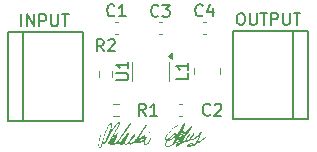
<source format=gbr>
%TF.GenerationSoftware,KiCad,Pcbnew,8.0.5*%
%TF.CreationDate,2024-10-31T22:44:31-05:00*%
%TF.ProjectId,Buck_Breakout,4275636b-5f42-4726-9561-6b6f75742e6b,rev?*%
%TF.SameCoordinates,Original*%
%TF.FileFunction,Legend,Top*%
%TF.FilePolarity,Positive*%
%FSLAX46Y46*%
G04 Gerber Fmt 4.6, Leading zero omitted, Abs format (unit mm)*
G04 Created by KiCad (PCBNEW 8.0.5) date 2024-10-31 22:44:31*
%MOMM*%
%LPD*%
G01*
G04 APERTURE LIST*
%ADD10C,0.150000*%
%ADD11C,0.000000*%
%ADD12C,0.120000*%
G04 APERTURE END LIST*
D10*
X72218779Y-52955819D02*
X72218779Y-51955819D01*
X72694969Y-52955819D02*
X72694969Y-51955819D01*
X72694969Y-51955819D02*
X73266397Y-52955819D01*
X73266397Y-52955819D02*
X73266397Y-51955819D01*
X73742588Y-52955819D02*
X73742588Y-51955819D01*
X73742588Y-51955819D02*
X74123540Y-51955819D01*
X74123540Y-51955819D02*
X74218778Y-52003438D01*
X74218778Y-52003438D02*
X74266397Y-52051057D01*
X74266397Y-52051057D02*
X74314016Y-52146295D01*
X74314016Y-52146295D02*
X74314016Y-52289152D01*
X74314016Y-52289152D02*
X74266397Y-52384390D01*
X74266397Y-52384390D02*
X74218778Y-52432009D01*
X74218778Y-52432009D02*
X74123540Y-52479628D01*
X74123540Y-52479628D02*
X73742588Y-52479628D01*
X74742588Y-51955819D02*
X74742588Y-52765342D01*
X74742588Y-52765342D02*
X74790207Y-52860580D01*
X74790207Y-52860580D02*
X74837826Y-52908200D01*
X74837826Y-52908200D02*
X74933064Y-52955819D01*
X74933064Y-52955819D02*
X75123540Y-52955819D01*
X75123540Y-52955819D02*
X75218778Y-52908200D01*
X75218778Y-52908200D02*
X75266397Y-52860580D01*
X75266397Y-52860580D02*
X75314016Y-52765342D01*
X75314016Y-52765342D02*
X75314016Y-51955819D01*
X75647350Y-51955819D02*
X76218778Y-51955819D01*
X75933064Y-52955819D02*
X75933064Y-51955819D01*
X90697255Y-51828819D02*
X90887731Y-51828819D01*
X90887731Y-51828819D02*
X90982969Y-51876438D01*
X90982969Y-51876438D02*
X91078207Y-51971676D01*
X91078207Y-51971676D02*
X91125826Y-52162152D01*
X91125826Y-52162152D02*
X91125826Y-52495485D01*
X91125826Y-52495485D02*
X91078207Y-52685961D01*
X91078207Y-52685961D02*
X90982969Y-52781200D01*
X90982969Y-52781200D02*
X90887731Y-52828819D01*
X90887731Y-52828819D02*
X90697255Y-52828819D01*
X90697255Y-52828819D02*
X90602017Y-52781200D01*
X90602017Y-52781200D02*
X90506779Y-52685961D01*
X90506779Y-52685961D02*
X90459160Y-52495485D01*
X90459160Y-52495485D02*
X90459160Y-52162152D01*
X90459160Y-52162152D02*
X90506779Y-51971676D01*
X90506779Y-51971676D02*
X90602017Y-51876438D01*
X90602017Y-51876438D02*
X90697255Y-51828819D01*
X91554398Y-51828819D02*
X91554398Y-52638342D01*
X91554398Y-52638342D02*
X91602017Y-52733580D01*
X91602017Y-52733580D02*
X91649636Y-52781200D01*
X91649636Y-52781200D02*
X91744874Y-52828819D01*
X91744874Y-52828819D02*
X91935350Y-52828819D01*
X91935350Y-52828819D02*
X92030588Y-52781200D01*
X92030588Y-52781200D02*
X92078207Y-52733580D01*
X92078207Y-52733580D02*
X92125826Y-52638342D01*
X92125826Y-52638342D02*
X92125826Y-51828819D01*
X92459160Y-51828819D02*
X93030588Y-51828819D01*
X92744874Y-52828819D02*
X92744874Y-51828819D01*
X93363922Y-52828819D02*
X93363922Y-51828819D01*
X93363922Y-51828819D02*
X93744874Y-51828819D01*
X93744874Y-51828819D02*
X93840112Y-51876438D01*
X93840112Y-51876438D02*
X93887731Y-51924057D01*
X93887731Y-51924057D02*
X93935350Y-52019295D01*
X93935350Y-52019295D02*
X93935350Y-52162152D01*
X93935350Y-52162152D02*
X93887731Y-52257390D01*
X93887731Y-52257390D02*
X93840112Y-52305009D01*
X93840112Y-52305009D02*
X93744874Y-52352628D01*
X93744874Y-52352628D02*
X93363922Y-52352628D01*
X94363922Y-51828819D02*
X94363922Y-52638342D01*
X94363922Y-52638342D02*
X94411541Y-52733580D01*
X94411541Y-52733580D02*
X94459160Y-52781200D01*
X94459160Y-52781200D02*
X94554398Y-52828819D01*
X94554398Y-52828819D02*
X94744874Y-52828819D01*
X94744874Y-52828819D02*
X94840112Y-52781200D01*
X94840112Y-52781200D02*
X94887731Y-52733580D01*
X94887731Y-52733580D02*
X94935350Y-52638342D01*
X94935350Y-52638342D02*
X94935350Y-51828819D01*
X95268684Y-51828819D02*
X95840112Y-51828819D01*
X95554398Y-52828819D02*
X95554398Y-51828819D01*
X80097333Y-52015580D02*
X80049714Y-52063200D01*
X80049714Y-52063200D02*
X79906857Y-52110819D01*
X79906857Y-52110819D02*
X79811619Y-52110819D01*
X79811619Y-52110819D02*
X79668762Y-52063200D01*
X79668762Y-52063200D02*
X79573524Y-51967961D01*
X79573524Y-51967961D02*
X79525905Y-51872723D01*
X79525905Y-51872723D02*
X79478286Y-51682247D01*
X79478286Y-51682247D02*
X79478286Y-51539390D01*
X79478286Y-51539390D02*
X79525905Y-51348914D01*
X79525905Y-51348914D02*
X79573524Y-51253676D01*
X79573524Y-51253676D02*
X79668762Y-51158438D01*
X79668762Y-51158438D02*
X79811619Y-51110819D01*
X79811619Y-51110819D02*
X79906857Y-51110819D01*
X79906857Y-51110819D02*
X80049714Y-51158438D01*
X80049714Y-51158438D02*
X80097333Y-51206057D01*
X81049714Y-52110819D02*
X80478286Y-52110819D01*
X80764000Y-52110819D02*
X80764000Y-51110819D01*
X80764000Y-51110819D02*
X80668762Y-51253676D01*
X80668762Y-51253676D02*
X80573524Y-51348914D01*
X80573524Y-51348914D02*
X80478286Y-51396533D01*
X80261319Y-57525404D02*
X81070842Y-57525404D01*
X81070842Y-57525404D02*
X81166080Y-57477785D01*
X81166080Y-57477785D02*
X81213700Y-57430166D01*
X81213700Y-57430166D02*
X81261319Y-57334928D01*
X81261319Y-57334928D02*
X81261319Y-57144452D01*
X81261319Y-57144452D02*
X81213700Y-57049214D01*
X81213700Y-57049214D02*
X81166080Y-57001595D01*
X81166080Y-57001595D02*
X81070842Y-56953976D01*
X81070842Y-56953976D02*
X80261319Y-56953976D01*
X81261319Y-55953976D02*
X81261319Y-56525404D01*
X81261319Y-56239690D02*
X80261319Y-56239690D01*
X80261319Y-56239690D02*
X80404176Y-56334928D01*
X80404176Y-56334928D02*
X80499414Y-56430166D01*
X80499414Y-56430166D02*
X80547033Y-56525404D01*
X86323319Y-56916166D02*
X86323319Y-57392356D01*
X86323319Y-57392356D02*
X85323319Y-57392356D01*
X86323319Y-56059023D02*
X86323319Y-56630451D01*
X86323319Y-56344737D02*
X85323319Y-56344737D01*
X85323319Y-56344737D02*
X85466176Y-56439975D01*
X85466176Y-56439975D02*
X85561414Y-56535213D01*
X85561414Y-56535213D02*
X85609033Y-56630451D01*
X79181833Y-55064819D02*
X78848500Y-54588628D01*
X78610405Y-55064819D02*
X78610405Y-54064819D01*
X78610405Y-54064819D02*
X78991357Y-54064819D01*
X78991357Y-54064819D02*
X79086595Y-54112438D01*
X79086595Y-54112438D02*
X79134214Y-54160057D01*
X79134214Y-54160057D02*
X79181833Y-54255295D01*
X79181833Y-54255295D02*
X79181833Y-54398152D01*
X79181833Y-54398152D02*
X79134214Y-54493390D01*
X79134214Y-54493390D02*
X79086595Y-54541009D01*
X79086595Y-54541009D02*
X78991357Y-54588628D01*
X78991357Y-54588628D02*
X78610405Y-54588628D01*
X79562786Y-54160057D02*
X79610405Y-54112438D01*
X79610405Y-54112438D02*
X79705643Y-54064819D01*
X79705643Y-54064819D02*
X79943738Y-54064819D01*
X79943738Y-54064819D02*
X80038976Y-54112438D01*
X80038976Y-54112438D02*
X80086595Y-54160057D01*
X80086595Y-54160057D02*
X80134214Y-54255295D01*
X80134214Y-54255295D02*
X80134214Y-54350533D01*
X80134214Y-54350533D02*
X80086595Y-54493390D01*
X80086595Y-54493390D02*
X79515167Y-55064819D01*
X79515167Y-55064819D02*
X80134214Y-55064819D01*
X87563833Y-52015580D02*
X87516214Y-52063200D01*
X87516214Y-52063200D02*
X87373357Y-52110819D01*
X87373357Y-52110819D02*
X87278119Y-52110819D01*
X87278119Y-52110819D02*
X87135262Y-52063200D01*
X87135262Y-52063200D02*
X87040024Y-51967961D01*
X87040024Y-51967961D02*
X86992405Y-51872723D01*
X86992405Y-51872723D02*
X86944786Y-51682247D01*
X86944786Y-51682247D02*
X86944786Y-51539390D01*
X86944786Y-51539390D02*
X86992405Y-51348914D01*
X86992405Y-51348914D02*
X87040024Y-51253676D01*
X87040024Y-51253676D02*
X87135262Y-51158438D01*
X87135262Y-51158438D02*
X87278119Y-51110819D01*
X87278119Y-51110819D02*
X87373357Y-51110819D01*
X87373357Y-51110819D02*
X87516214Y-51158438D01*
X87516214Y-51158438D02*
X87563833Y-51206057D01*
X88420976Y-51444152D02*
X88420976Y-52110819D01*
X88182881Y-51063200D02*
X87944786Y-51777485D01*
X87944786Y-51777485D02*
X88563833Y-51777485D01*
X88198833Y-60425080D02*
X88151214Y-60472700D01*
X88151214Y-60472700D02*
X88008357Y-60520319D01*
X88008357Y-60520319D02*
X87913119Y-60520319D01*
X87913119Y-60520319D02*
X87770262Y-60472700D01*
X87770262Y-60472700D02*
X87675024Y-60377461D01*
X87675024Y-60377461D02*
X87627405Y-60282223D01*
X87627405Y-60282223D02*
X87579786Y-60091747D01*
X87579786Y-60091747D02*
X87579786Y-59948890D01*
X87579786Y-59948890D02*
X87627405Y-59758414D01*
X87627405Y-59758414D02*
X87675024Y-59663176D01*
X87675024Y-59663176D02*
X87770262Y-59567938D01*
X87770262Y-59567938D02*
X87913119Y-59520319D01*
X87913119Y-59520319D02*
X88008357Y-59520319D01*
X88008357Y-59520319D02*
X88151214Y-59567938D01*
X88151214Y-59567938D02*
X88198833Y-59615557D01*
X88579786Y-59615557D02*
X88627405Y-59567938D01*
X88627405Y-59567938D02*
X88722643Y-59520319D01*
X88722643Y-59520319D02*
X88960738Y-59520319D01*
X88960738Y-59520319D02*
X89055976Y-59567938D01*
X89055976Y-59567938D02*
X89103595Y-59615557D01*
X89103595Y-59615557D02*
X89151214Y-59710795D01*
X89151214Y-59710795D02*
X89151214Y-59806033D01*
X89151214Y-59806033D02*
X89103595Y-59948890D01*
X89103595Y-59948890D02*
X88532167Y-60520319D01*
X88532167Y-60520319D02*
X89151214Y-60520319D01*
X82737833Y-60520319D02*
X82404500Y-60044128D01*
X82166405Y-60520319D02*
X82166405Y-59520319D01*
X82166405Y-59520319D02*
X82547357Y-59520319D01*
X82547357Y-59520319D02*
X82642595Y-59567938D01*
X82642595Y-59567938D02*
X82690214Y-59615557D01*
X82690214Y-59615557D02*
X82737833Y-59710795D01*
X82737833Y-59710795D02*
X82737833Y-59853652D01*
X82737833Y-59853652D02*
X82690214Y-59948890D01*
X82690214Y-59948890D02*
X82642595Y-59996509D01*
X82642595Y-59996509D02*
X82547357Y-60044128D01*
X82547357Y-60044128D02*
X82166405Y-60044128D01*
X83690214Y-60520319D02*
X83118786Y-60520319D01*
X83404500Y-60520319D02*
X83404500Y-59520319D01*
X83404500Y-59520319D02*
X83309262Y-59663176D01*
X83309262Y-59663176D02*
X83214024Y-59758414D01*
X83214024Y-59758414D02*
X83118786Y-59806033D01*
X83806833Y-52048580D02*
X83759214Y-52096200D01*
X83759214Y-52096200D02*
X83616357Y-52143819D01*
X83616357Y-52143819D02*
X83521119Y-52143819D01*
X83521119Y-52143819D02*
X83378262Y-52096200D01*
X83378262Y-52096200D02*
X83283024Y-52000961D01*
X83283024Y-52000961D02*
X83235405Y-51905723D01*
X83235405Y-51905723D02*
X83187786Y-51715247D01*
X83187786Y-51715247D02*
X83187786Y-51572390D01*
X83187786Y-51572390D02*
X83235405Y-51381914D01*
X83235405Y-51381914D02*
X83283024Y-51286676D01*
X83283024Y-51286676D02*
X83378262Y-51191438D01*
X83378262Y-51191438D02*
X83521119Y-51143819D01*
X83521119Y-51143819D02*
X83616357Y-51143819D01*
X83616357Y-51143819D02*
X83759214Y-51191438D01*
X83759214Y-51191438D02*
X83806833Y-51239057D01*
X84140167Y-51143819D02*
X84759214Y-51143819D01*
X84759214Y-51143819D02*
X84425881Y-51524771D01*
X84425881Y-51524771D02*
X84568738Y-51524771D01*
X84568738Y-51524771D02*
X84663976Y-51572390D01*
X84663976Y-51572390D02*
X84711595Y-51620009D01*
X84711595Y-51620009D02*
X84759214Y-51715247D01*
X84759214Y-51715247D02*
X84759214Y-51953342D01*
X84759214Y-51953342D02*
X84711595Y-52048580D01*
X84711595Y-52048580D02*
X84663976Y-52096200D01*
X84663976Y-52096200D02*
X84568738Y-52143819D01*
X84568738Y-52143819D02*
X84283024Y-52143819D01*
X84283024Y-52143819D02*
X84187786Y-52096200D01*
X84187786Y-52096200D02*
X84140167Y-52048580D01*
D11*
%TO.C,G\u002A\u002A\u002A*%
G36*
X83136192Y-61863758D02*
G01*
X83154222Y-61878672D01*
X83158434Y-61903073D01*
X83156389Y-61914556D01*
X83145317Y-61938163D01*
X83127659Y-61956147D01*
X83107274Y-61966885D01*
X83088017Y-61968751D01*
X83073746Y-61960122D01*
X83069615Y-61951099D01*
X83062857Y-61939033D01*
X83048316Y-61937660D01*
X83041914Y-61938882D01*
X83020899Y-61937884D01*
X83002035Y-61928572D01*
X82991877Y-61914591D01*
X82991464Y-61910842D01*
X82999626Y-61894036D01*
X83020721Y-61878701D01*
X83050807Y-61866651D01*
X83085943Y-61859700D01*
X83104687Y-61858704D01*
X83136192Y-61863758D01*
G37*
G36*
X86039440Y-61182599D02*
G01*
X86048997Y-61190615D01*
X86060057Y-61214507D01*
X86062492Y-61250689D01*
X86056431Y-61297023D01*
X86042003Y-61351369D01*
X86038692Y-61361357D01*
X86028228Y-61389473D01*
X86012063Y-61429730D01*
X85991580Y-61478950D01*
X85968160Y-61533954D01*
X85943184Y-61591565D01*
X85918033Y-61648605D01*
X85894088Y-61701894D01*
X85872732Y-61748255D01*
X85855345Y-61784510D01*
X85851139Y-61792883D01*
X85841509Y-61813776D01*
X85837093Y-61827526D01*
X85837333Y-61829973D01*
X85846229Y-61828750D01*
X85866321Y-61822295D01*
X85893283Y-61812003D01*
X85893622Y-61811865D01*
X85922397Y-61800680D01*
X85940617Y-61795752D01*
X85953166Y-61796525D01*
X85964928Y-61802441D01*
X85966636Y-61803547D01*
X85986314Y-61826167D01*
X85995379Y-61860126D01*
X85994102Y-61903869D01*
X85982755Y-61955838D01*
X85961610Y-62014475D01*
X85930939Y-62078224D01*
X85913204Y-62109687D01*
X85896924Y-62137853D01*
X85875054Y-62176480D01*
X85850049Y-62221194D01*
X85824363Y-62267622D01*
X85814908Y-62284851D01*
X85770094Y-62365966D01*
X85730805Y-62435216D01*
X85695057Y-62495852D01*
X85660864Y-62551121D01*
X85626242Y-62604273D01*
X85589207Y-62658558D01*
X85569308Y-62686937D01*
X85534118Y-62736834D01*
X85506858Y-62776113D01*
X85485751Y-62807963D01*
X85469018Y-62835571D01*
X85454882Y-62862125D01*
X85441565Y-62890814D01*
X85427289Y-62924824D01*
X85410277Y-62967344D01*
X85403750Y-62983811D01*
X85387597Y-63024565D01*
X85439402Y-62983865D01*
X85505593Y-62926635D01*
X85559427Y-62869036D01*
X85599678Y-62812590D01*
X85625122Y-62758824D01*
X85628200Y-62748970D01*
X85640734Y-62712632D01*
X85659810Y-62666594D01*
X85683261Y-62615295D01*
X85708922Y-62563173D01*
X85734628Y-62514666D01*
X85758212Y-62474212D01*
X85773159Y-62451890D01*
X85789297Y-62430273D01*
X85813186Y-62398581D01*
X85842311Y-62360137D01*
X85874158Y-62318262D01*
X85896206Y-62289363D01*
X85928805Y-62245617D01*
X85967547Y-62191890D01*
X86009464Y-62132409D01*
X86051586Y-62071396D01*
X86090944Y-62013077D01*
X86099639Y-61999965D01*
X86194947Y-61862897D01*
X86297545Y-61728426D01*
X86342848Y-61672931D01*
X86390740Y-61616562D01*
X86439133Y-61561457D01*
X86486589Y-61509099D01*
X86531671Y-61460969D01*
X86572941Y-61418549D01*
X86608961Y-61383321D01*
X86638291Y-61356767D01*
X86659496Y-61340368D01*
X86670299Y-61335515D01*
X86688472Y-61340597D01*
X86697281Y-61346063D01*
X86710302Y-61359626D01*
X86714710Y-61374686D01*
X86709876Y-61394181D01*
X86695172Y-61421046D01*
X86674715Y-61451483D01*
X86653127Y-61482749D01*
X86625434Y-61523537D01*
X86594747Y-61569228D01*
X86564177Y-61615207D01*
X86554754Y-61629490D01*
X86498508Y-61713410D01*
X86436561Y-61803185D01*
X86372377Y-61893923D01*
X86309425Y-61980734D01*
X86251169Y-62058728D01*
X86242817Y-62069668D01*
X86209111Y-62114689D01*
X86171490Y-62166556D01*
X86135213Y-62217946D01*
X86112505Y-62251096D01*
X86088433Y-62286624D01*
X86060684Y-62327072D01*
X86028353Y-62373731D01*
X85990537Y-62427892D01*
X85946333Y-62490844D01*
X85894837Y-62563879D01*
X85835146Y-62648287D01*
X85779816Y-62726378D01*
X85745581Y-62775551D01*
X85721295Y-62812631D01*
X85706367Y-62838705D01*
X85700205Y-62854861D01*
X85702218Y-62862185D01*
X85705501Y-62862890D01*
X85718325Y-62857960D01*
X85741159Y-62844593D01*
X85770861Y-62824931D01*
X85804288Y-62801113D01*
X85838298Y-62775278D01*
X85860438Y-62757413D01*
X85896289Y-62727821D01*
X85935246Y-62695964D01*
X85970240Y-62667616D01*
X85978072Y-62661327D01*
X86035651Y-62610100D01*
X86083303Y-62557170D01*
X86118965Y-62505099D01*
X86138932Y-62461603D01*
X86155439Y-62422675D01*
X86180642Y-62375769D01*
X86211744Y-62325265D01*
X86245948Y-62275542D01*
X86280456Y-62230983D01*
X86301404Y-62207201D01*
X86333085Y-62175933D01*
X86367765Y-62145541D01*
X86401543Y-62119130D01*
X86430520Y-62099806D01*
X86445996Y-62092106D01*
X86468487Y-62091454D01*
X86487734Y-62104074D01*
X86499721Y-62126380D01*
X86501767Y-62141926D01*
X86498129Y-62169856D01*
X86486288Y-62199895D01*
X86464849Y-62234493D01*
X86432419Y-62276100D01*
X86411872Y-62300043D01*
X86356631Y-62363355D01*
X86311904Y-62415543D01*
X86276722Y-62457855D01*
X86250115Y-62491537D01*
X86231116Y-62517835D01*
X86218756Y-62537996D01*
X86212066Y-62553267D01*
X86210623Y-62559003D01*
X86205866Y-62584267D01*
X86201693Y-62604810D01*
X86201539Y-62605515D01*
X86199925Y-62625002D01*
X86207083Y-62635266D01*
X86224925Y-62636876D01*
X86255361Y-62630402D01*
X86270321Y-62626034D01*
X86342191Y-62597171D01*
X86403365Y-62556942D01*
X86446938Y-62515105D01*
X86468834Y-62488697D01*
X86480535Y-62468053D01*
X86484708Y-62448011D01*
X86484890Y-62441582D01*
X86491422Y-62391127D01*
X86509905Y-62335385D01*
X86538668Y-62279034D01*
X86548357Y-62263754D01*
X86584258Y-62214174D01*
X86624465Y-62166216D01*
X86666790Y-62121848D01*
X86709044Y-62083041D01*
X86749040Y-62051765D01*
X86784589Y-62029988D01*
X86813503Y-62019680D01*
X86820127Y-62019118D01*
X86847015Y-62026237D01*
X86864829Y-62045288D01*
X86870775Y-62072538D01*
X86869235Y-62084762D01*
X86861613Y-62101624D01*
X86844518Y-62129181D01*
X86819485Y-62165331D01*
X86788045Y-62207971D01*
X86751733Y-62255000D01*
X86712080Y-62304317D01*
X86687415Y-62334022D01*
X86645787Y-62386273D01*
X86614658Y-62431300D01*
X86594640Y-62468043D01*
X86586346Y-62495438D01*
X86587451Y-62507517D01*
X86593041Y-62518648D01*
X86602244Y-62524045D01*
X86619739Y-62525056D01*
X86643213Y-62523586D01*
X86693771Y-62513780D01*
X86748987Y-62491542D01*
X86809978Y-62456272D01*
X86877860Y-62407370D01*
X86915255Y-62377185D01*
X86954130Y-62344840D01*
X86992795Y-62312722D01*
X87027326Y-62284087D01*
X87053802Y-62262190D01*
X87058710Y-62258143D01*
X87099901Y-62220846D01*
X87146014Y-62173543D01*
X87193167Y-62120628D01*
X87237477Y-62066493D01*
X87275063Y-62015533D01*
X87281368Y-62006203D01*
X87313776Y-61960971D01*
X87344523Y-61927156D01*
X87378176Y-61900492D01*
X87419302Y-61876708D01*
X87420683Y-61876003D01*
X87446580Y-61864668D01*
X87464700Y-61862281D01*
X87476911Y-61865832D01*
X87494292Y-61877764D01*
X87501317Y-61894632D01*
X87497948Y-61918863D01*
X87484150Y-61952884D01*
X87475316Y-61970521D01*
X87446547Y-62026544D01*
X87424187Y-62071862D01*
X87406410Y-62110503D01*
X87391392Y-62146493D01*
X87377309Y-62183860D01*
X87372322Y-62197841D01*
X87331984Y-62305724D01*
X87288372Y-62410620D01*
X87242902Y-62509530D01*
X87196989Y-62599456D01*
X87152051Y-62677402D01*
X87128925Y-62713106D01*
X87110439Y-62741251D01*
X87097172Y-62763321D01*
X87090863Y-62776313D01*
X87091063Y-62778505D01*
X87100340Y-62774458D01*
X87121362Y-62763333D01*
X87151357Y-62746655D01*
X87187548Y-62725950D01*
X87202651Y-62717166D01*
X87341957Y-62629706D01*
X87483898Y-62528797D01*
X87564521Y-62466293D01*
X87629046Y-62415722D01*
X87682579Y-62375877D01*
X87724807Y-62346973D01*
X87755415Y-62329222D01*
X87774091Y-62322841D01*
X87774754Y-62322824D01*
X87791945Y-62329439D01*
X87806297Y-62343920D01*
X87815203Y-62360572D01*
X87813662Y-62373682D01*
X87806838Y-62385288D01*
X87794241Y-62399080D01*
X87771621Y-62419049D01*
X87742888Y-62441844D01*
X87727811Y-62452995D01*
X87692690Y-62478835D01*
X87650621Y-62510535D01*
X87607816Y-62543386D01*
X87581900Y-62563629D01*
X87463013Y-62652426D01*
X87338486Y-62736291D01*
X87212691Y-62812487D01*
X87089998Y-62878274D01*
X87045038Y-62900002D01*
X87008471Y-62918271D01*
X86984023Y-62933906D01*
X86967842Y-62949724D01*
X86959120Y-62962860D01*
X86933799Y-62997948D01*
X86899009Y-63033268D01*
X86864856Y-63059921D01*
X86841398Y-63069567D01*
X86812761Y-63073473D01*
X86785450Y-63071556D01*
X86765967Y-63063736D01*
X86763362Y-63061196D01*
X86750526Y-63050552D01*
X86744164Y-63048538D01*
X86733524Y-63051583D01*
X86710442Y-63059925D01*
X86678057Y-63072379D01*
X86639511Y-63087760D01*
X86629168Y-63091969D01*
X86567573Y-63116730D01*
X86518094Y-63135400D01*
X86477456Y-63148813D01*
X86442385Y-63157805D01*
X86409605Y-63163212D01*
X86375842Y-63165869D01*
X86337822Y-63166612D01*
X86336577Y-63166613D01*
X86297273Y-63166321D01*
X86271095Y-63164909D01*
X86254297Y-63161683D01*
X86243133Y-63155950D01*
X86234462Y-63147691D01*
X86216080Y-63121970D01*
X86211862Y-63098068D01*
X86218609Y-63077325D01*
X86328654Y-63077325D01*
X86334376Y-63081142D01*
X86353379Y-63082215D01*
X86359388Y-63082228D01*
X86388359Y-63079544D01*
X86423718Y-63072707D01*
X86446916Y-63066453D01*
X86470835Y-63058419D01*
X86503104Y-63046754D01*
X86540260Y-63032810D01*
X86578840Y-63017938D01*
X86615381Y-63003490D01*
X86646419Y-62990816D01*
X86668491Y-62981270D01*
X86678101Y-62976235D01*
X86675819Y-62967979D01*
X86666292Y-62950563D01*
X86658493Y-62938250D01*
X86645749Y-62920762D01*
X86633417Y-62910797D01*
X86618167Y-62908361D01*
X86596668Y-62913461D01*
X86565589Y-62926102D01*
X86538427Y-62938479D01*
X86509295Y-62953347D01*
X86474042Y-62973396D01*
X86436271Y-62996330D01*
X86399584Y-63019852D01*
X86367582Y-63041664D01*
X86343869Y-63059470D01*
X86333266Y-63069309D01*
X86328654Y-63077325D01*
X86218609Y-63077325D01*
X86220966Y-63070077D01*
X86222876Y-63066238D01*
X86239637Y-63040074D01*
X86264250Y-63013427D01*
X86298839Y-62984419D01*
X86345527Y-62951172D01*
X86375000Y-62931775D01*
X86445980Y-62889080D01*
X86510826Y-62856290D01*
X86568301Y-62833827D01*
X86617169Y-62822115D01*
X86656192Y-62821577D01*
X86677415Y-62828301D01*
X86691154Y-62840002D01*
X86709812Y-62861388D01*
X86729357Y-62887837D01*
X86729416Y-62887924D01*
X86763334Y-62937870D01*
X86838384Y-62903685D01*
X86876348Y-62884773D01*
X86907104Y-62866320D01*
X86926847Y-62850673D01*
X86929816Y-62847208D01*
X87015827Y-62724755D01*
X87089594Y-62607564D01*
X87153190Y-62491958D01*
X87208685Y-62374262D01*
X87242024Y-62293289D01*
X87262890Y-62239639D01*
X87277758Y-62200431D01*
X87286760Y-62174382D01*
X87290026Y-62160210D01*
X87287688Y-62156631D01*
X87279876Y-62162363D01*
X87266722Y-62176123D01*
X87252358Y-62192141D01*
X87210823Y-62237112D01*
X87168372Y-62280214D01*
X87128451Y-62318100D01*
X87094504Y-62347426D01*
X87084514Y-62355165D01*
X87065270Y-62370077D01*
X87037450Y-62392419D01*
X87005354Y-62418711D01*
X86983802Y-62436633D01*
X86937691Y-62474975D01*
X86901428Y-62504248D01*
X86872110Y-62526442D01*
X86846832Y-62543543D01*
X86822691Y-62557537D01*
X86796782Y-62570414D01*
X86771800Y-62581699D01*
X86733702Y-62597608D01*
X86703896Y-62607187D01*
X86675753Y-62611990D01*
X86642641Y-62613568D01*
X86635411Y-62613631D01*
X86599514Y-62612943D01*
X86575212Y-62609735D01*
X86557287Y-62602942D01*
X86545467Y-62595284D01*
X86528146Y-62583720D01*
X86517971Y-62582194D01*
X86509161Y-62589897D01*
X86508936Y-62590167D01*
X86485894Y-62611844D01*
X86451707Y-62636642D01*
X86411033Y-62661752D01*
X86368528Y-62684364D01*
X86328849Y-62701670D01*
X86317589Y-62705602D01*
X86262254Y-62722053D01*
X86219666Y-62730960D01*
X86187381Y-62732135D01*
X86162956Y-62725387D01*
X86143948Y-62710527D01*
X86130043Y-62691070D01*
X86113154Y-62662444D01*
X86085949Y-62688029D01*
X86061772Y-62709389D01*
X86033615Y-62732415D01*
X86024131Y-62739731D01*
X86003426Y-62755713D01*
X85973843Y-62779008D01*
X85939598Y-62806280D01*
X85910211Y-62829903D01*
X85851221Y-62875662D01*
X85799689Y-62911770D01*
X85756730Y-62937543D01*
X85723457Y-62952294D01*
X85705461Y-62955714D01*
X85682125Y-62950771D01*
X85657858Y-62938772D01*
X85656414Y-62937770D01*
X85631213Y-62919825D01*
X85570726Y-62979470D01*
X85520013Y-63027286D01*
X85471212Y-63069167D01*
X85426231Y-63103730D01*
X85386979Y-63129589D01*
X85355364Y-63145361D01*
X85335902Y-63149801D01*
X85310834Y-63142258D01*
X85292005Y-63122765D01*
X85282929Y-63096031D01*
X85283441Y-63079489D01*
X85290222Y-63051752D01*
X85302422Y-63012923D01*
X85318459Y-62967269D01*
X85336753Y-62919055D01*
X85355724Y-62872546D01*
X85373790Y-62832010D01*
X85379556Y-62820122D01*
X85396325Y-62789777D01*
X85420432Y-62750413D01*
X85449038Y-62706472D01*
X85479303Y-62662399D01*
X85489078Y-62648712D01*
X85522647Y-62600611D01*
X85559019Y-62545648D01*
X85597349Y-62485351D01*
X85636791Y-62421244D01*
X85676500Y-62354854D01*
X85715632Y-62287706D01*
X85753340Y-62221325D01*
X85788781Y-62157237D01*
X85821108Y-62096969D01*
X85849478Y-62042045D01*
X85873044Y-61993992D01*
X85890961Y-61954334D01*
X85902386Y-61924598D01*
X85906472Y-61906310D01*
X85903300Y-61900897D01*
X85892726Y-61906003D01*
X85872933Y-61919502D01*
X85847396Y-61938664D01*
X85819590Y-61960760D01*
X85792989Y-61983060D01*
X85771070Y-62002834D01*
X85762161Y-62011759D01*
X85748312Y-62029565D01*
X85728841Y-62058611D01*
X85706075Y-62095246D01*
X85682337Y-62135819D01*
X85676113Y-62146885D01*
X85595339Y-62288464D01*
X85519592Y-62414343D01*
X85448918Y-62524451D01*
X85383364Y-62618717D01*
X85322977Y-62697070D01*
X85279216Y-62747393D01*
X85225535Y-62809920D01*
X85185082Y-62868028D01*
X85169539Y-62895591D01*
X85145888Y-62936461D01*
X85125088Y-62961745D01*
X85105995Y-62972254D01*
X85087466Y-62968801D01*
X85077055Y-62961201D01*
X85068923Y-62955545D01*
X85060001Y-62955530D01*
X85047122Y-62962718D01*
X85027118Y-62978673D01*
X85007777Y-62995372D01*
X84947307Y-63044318D01*
X84887514Y-63083877D01*
X84822762Y-63117309D01*
X84747413Y-63147871D01*
X84738112Y-63151242D01*
X84705847Y-63159745D01*
X84664387Y-63166381D01*
X84618816Y-63170803D01*
X84574213Y-63172665D01*
X84535660Y-63171620D01*
X84508238Y-63167321D01*
X84507180Y-63166992D01*
X84469404Y-63148975D01*
X84432945Y-63121843D01*
X84404638Y-63090911D01*
X84399772Y-63083438D01*
X84383890Y-63042987D01*
X84376948Y-62993457D01*
X84379310Y-62940307D01*
X84387544Y-62900883D01*
X84398163Y-62871008D01*
X84414984Y-62831132D01*
X84435802Y-62785891D01*
X84458412Y-62739917D01*
X84480607Y-62697845D01*
X84500009Y-62664585D01*
X84515985Y-62639269D01*
X84475103Y-62611585D01*
X84429474Y-62571947D01*
X84398965Y-62525581D01*
X84384018Y-62473548D01*
X84385074Y-62416907D01*
X84387940Y-62401932D01*
X84395634Y-62379935D01*
X84410829Y-62346383D01*
X84432036Y-62304007D01*
X84457767Y-62255535D01*
X84486533Y-62203699D01*
X84516846Y-62151227D01*
X84547218Y-62100849D01*
X84576160Y-62055296D01*
X84580602Y-62048571D01*
X84597033Y-62026774D01*
X84622985Y-61995869D01*
X84655993Y-61958629D01*
X84693592Y-61917830D01*
X84733317Y-61876244D01*
X84738081Y-61871362D01*
X84777846Y-61830133D01*
X84815823Y-61789700D01*
X84849552Y-61752759D01*
X84876576Y-61722010D01*
X84894438Y-61700148D01*
X84895938Y-61698129D01*
X84946166Y-61636283D01*
X85002926Y-61580639D01*
X85069799Y-61527993D01*
X85134724Y-61484797D01*
X85205911Y-61441454D01*
X85265461Y-61407791D01*
X85314979Y-61383030D01*
X85356074Y-61366393D01*
X85390351Y-61357100D01*
X85401777Y-61355350D01*
X85428311Y-61353186D01*
X85443334Y-61355395D01*
X85451887Y-61363052D01*
X85453897Y-61366482D01*
X85456607Y-61387602D01*
X85448034Y-61412803D01*
X85430889Y-61436736D01*
X85410078Y-61452926D01*
X85388316Y-61466845D01*
X85362791Y-61486211D01*
X85353050Y-61494432D01*
X85333123Y-61509516D01*
X85317418Y-61517155D01*
X85312117Y-61517057D01*
X85309040Y-61506580D01*
X85316644Y-61488833D01*
X85332599Y-61467295D01*
X85354575Y-61445447D01*
X85366336Y-61436050D01*
X85386389Y-61420132D01*
X85393381Y-61411892D01*
X85388873Y-61410576D01*
X85374425Y-61415431D01*
X85351596Y-61425703D01*
X85321947Y-61440640D01*
X85287038Y-61459487D01*
X85248429Y-61481491D01*
X85207679Y-61505900D01*
X85166350Y-61531958D01*
X85162303Y-61534588D01*
X85108081Y-61571246D01*
X85064466Y-61604434D01*
X85026989Y-61638270D01*
X84991181Y-61676872D01*
X84952572Y-61724356D01*
X84943302Y-61736346D01*
X84920201Y-61764616D01*
X84888156Y-61801322D01*
X84850251Y-61843062D01*
X84809570Y-61886429D01*
X84774699Y-61922450D01*
X84731516Y-61966814D01*
X84697777Y-62003029D01*
X84670703Y-62034586D01*
X84647517Y-62064976D01*
X84625441Y-62097690D01*
X84601696Y-62136218D01*
X84593161Y-62150566D01*
X84566039Y-62197055D01*
X84538044Y-62246124D01*
X84512211Y-62292391D01*
X84491573Y-62330474D01*
X84488902Y-62335550D01*
X84470619Y-62371471D01*
X84459310Y-62397320D01*
X84453606Y-62417698D01*
X84452140Y-62437203D01*
X84453141Y-62455795D01*
X84457927Y-62487009D01*
X84468357Y-62509851D01*
X84484855Y-62529464D01*
X84506917Y-62548896D01*
X84529039Y-62563357D01*
X84535852Y-62566369D01*
X84547388Y-62569278D01*
X84557647Y-62567385D01*
X84565995Y-62561213D01*
X84679122Y-62561213D01*
X84680377Y-62565531D01*
X84686304Y-62566809D01*
X84699935Y-62564610D01*
X84724302Y-62558497D01*
X84753797Y-62550428D01*
X84803053Y-62535169D01*
X84846649Y-62517523D01*
X84888252Y-62495365D01*
X84931529Y-62466572D01*
X84980148Y-62429019D01*
X85018364Y-62397197D01*
X85051094Y-62370488D01*
X85085754Y-62343949D01*
X85115634Y-62322690D01*
X85119627Y-62320052D01*
X85168797Y-62283425D01*
X85211273Y-62242730D01*
X85244991Y-62200617D01*
X85267889Y-62159737D01*
X85277903Y-62122739D01*
X85278179Y-62116351D01*
X85275974Y-62101833D01*
X85266026Y-62095946D01*
X85249081Y-62094983D01*
X85216229Y-62101289D01*
X85174110Y-62119441D01*
X85124227Y-62148295D01*
X85068085Y-62186704D01*
X85007188Y-62233522D01*
X84943038Y-62287603D01*
X84877141Y-62347801D01*
X84810999Y-62412971D01*
X84757178Y-62469815D01*
X84728719Y-62501294D01*
X84704901Y-62528466D01*
X84687818Y-62548875D01*
X84679565Y-62560070D01*
X84679122Y-62561213D01*
X84565995Y-62561213D01*
X84569618Y-62558534D01*
X84586291Y-62540571D01*
X84608397Y-62514094D01*
X84663680Y-62450200D01*
X84726922Y-62382815D01*
X84795080Y-62314802D01*
X84865108Y-62249027D01*
X84933965Y-62188353D01*
X84998605Y-62135645D01*
X85052621Y-62096046D01*
X85112907Y-62059603D01*
X85170066Y-62033959D01*
X85222509Y-62019314D01*
X85268643Y-62015867D01*
X85306877Y-62023817D01*
X85335621Y-62043363D01*
X85346868Y-62059240D01*
X85356018Y-62090944D01*
X85356332Y-62131023D01*
X85348140Y-62173681D01*
X85338972Y-62198794D01*
X85319605Y-62231637D01*
X85289724Y-62269687D01*
X85253016Y-62309031D01*
X85213168Y-62345755D01*
X85173866Y-62375947D01*
X85169072Y-62379134D01*
X85136482Y-62401802D01*
X85100454Y-62428993D01*
X85075654Y-62449098D01*
X84999794Y-62509434D01*
X84928734Y-62556840D01*
X84858842Y-62593008D01*
X84786488Y-62619629D01*
X84708039Y-62638392D01*
X84649381Y-62647522D01*
X84626129Y-62651377D01*
X84610223Y-62658007D01*
X84596686Y-62671041D01*
X84580544Y-62694108D01*
X84576098Y-62700968D01*
X84535043Y-62769973D01*
X84502410Y-62836017D01*
X84478819Y-62897204D01*
X84464891Y-62951638D01*
X84461248Y-62997421D01*
X84467923Y-63031284D01*
X84488918Y-63061259D01*
X84521815Y-63081111D01*
X84565031Y-63090862D01*
X84616983Y-63090537D01*
X84676087Y-63080160D01*
X84740761Y-63059753D01*
X84809421Y-63029343D01*
X84815930Y-63026019D01*
X84852236Y-63004848D01*
X84892520Y-62977378D01*
X84934165Y-62945856D01*
X84974550Y-62912529D01*
X85011057Y-62879644D01*
X85041068Y-62849446D01*
X85061963Y-62824183D01*
X85070860Y-62807325D01*
X85076170Y-62793226D01*
X85087823Y-62766552D01*
X85104648Y-62729838D01*
X85125476Y-62685621D01*
X85147774Y-62639269D01*
X85235986Y-62639269D01*
X85240205Y-62643488D01*
X85244425Y-62639269D01*
X85240205Y-62635050D01*
X85235986Y-62639269D01*
X85147774Y-62639269D01*
X85149136Y-62636437D01*
X85155987Y-62622392D01*
X85244425Y-62622392D01*
X85248644Y-62626611D01*
X85252863Y-62622392D01*
X85248644Y-62618173D01*
X85244425Y-62622392D01*
X85155987Y-62622392D01*
X85159685Y-62614810D01*
X85162434Y-62609185D01*
X85254932Y-62609185D01*
X85256087Y-62609734D01*
X85263787Y-62603794D01*
X85265521Y-62601296D01*
X85267671Y-62593407D01*
X85266517Y-62592857D01*
X85258816Y-62598798D01*
X85257083Y-62601296D01*
X85254932Y-62609185D01*
X85162434Y-62609185D01*
X85176602Y-62580199D01*
X85269740Y-62580199D01*
X85273960Y-62584419D01*
X85278179Y-62580199D01*
X85273960Y-62575980D01*
X85269740Y-62580199D01*
X85176602Y-62580199D01*
X85184851Y-62563322D01*
X85278179Y-62563322D01*
X85282398Y-62567542D01*
X85286617Y-62563322D01*
X85282398Y-62559103D01*
X85278179Y-62563322D01*
X85184851Y-62563322D01*
X85188643Y-62555564D01*
X85193086Y-62546445D01*
X85287380Y-62546445D01*
X85290844Y-62544673D01*
X85299748Y-62531107D01*
X85307714Y-62516910D01*
X85319408Y-62493525D01*
X85326760Y-62475852D01*
X85328047Y-62470498D01*
X85324584Y-62472270D01*
X85315679Y-62485836D01*
X85307714Y-62500033D01*
X85296019Y-62523418D01*
X85288668Y-62541092D01*
X85287380Y-62546445D01*
X85193086Y-62546445D01*
X85219557Y-62492108D01*
X85238253Y-62453621D01*
X85328810Y-62453621D01*
X85333029Y-62457841D01*
X85337249Y-62453621D01*
X85333029Y-62449402D01*
X85328810Y-62453621D01*
X85238253Y-62453621D01*
X85244811Y-62440121D01*
X85342740Y-62440121D01*
X85347841Y-62433967D01*
X85359321Y-62413283D01*
X85363520Y-62405100D01*
X85376667Y-62382341D01*
X85398060Y-62348951D01*
X85425726Y-62307729D01*
X85457693Y-62261476D01*
X85491988Y-62212992D01*
X85526637Y-62165076D01*
X85559669Y-62120529D01*
X85589111Y-62082152D01*
X85605137Y-62062147D01*
X85624857Y-62036578D01*
X85644928Y-62007122D01*
X85666148Y-61972243D01*
X85689316Y-61930410D01*
X85715231Y-61880088D01*
X85744692Y-61819745D01*
X85778497Y-61747848D01*
X85817446Y-61662862D01*
X85845246Y-61601329D01*
X85882473Y-61517817D01*
X85912283Y-61449263D01*
X85934743Y-61395500D01*
X85949921Y-61356359D01*
X85957885Y-61331673D01*
X85958704Y-61321275D01*
X85958627Y-61321190D01*
X85951931Y-61324005D01*
X85939237Y-61340178D01*
X85920363Y-61370023D01*
X85895127Y-61413859D01*
X85863350Y-61472001D01*
X85824848Y-61544765D01*
X85779441Y-61632470D01*
X85771926Y-61647124D01*
X85738255Y-61712217D01*
X85704131Y-61777032D01*
X85671040Y-61838828D01*
X85640469Y-61894865D01*
X85613903Y-61942402D01*
X85592829Y-61978699D01*
X85586242Y-61989502D01*
X85545564Y-62055777D01*
X85505327Y-62123175D01*
X85467025Y-62189062D01*
X85432149Y-62250806D01*
X85402189Y-62305773D01*
X85378636Y-62351331D01*
X85365155Y-62379812D01*
X85351451Y-62412203D01*
X85343961Y-62432586D01*
X85342740Y-62440121D01*
X85244811Y-62440121D01*
X85250099Y-62429234D01*
X85277941Y-62371734D01*
X85300756Y-62324400D01*
X85301513Y-62322824D01*
X85322705Y-62280747D01*
X85350796Y-62228030D01*
X85383739Y-62168345D01*
X85419489Y-62105362D01*
X85455997Y-62042752D01*
X85480276Y-62002160D01*
X85517293Y-61939854D01*
X85555963Y-61872757D01*
X85593972Y-61805025D01*
X85629005Y-61740816D01*
X85658748Y-61684287D01*
X85672898Y-61656179D01*
X85720370Y-61560732D01*
X85762076Y-61479444D01*
X85798853Y-61410945D01*
X85831541Y-61353862D01*
X85860977Y-61306825D01*
X85861572Y-61305980D01*
X85961700Y-61305980D01*
X85965920Y-61310199D01*
X85970139Y-61305980D01*
X85965920Y-61301761D01*
X85961700Y-61305980D01*
X85861572Y-61305980D01*
X85887999Y-61268462D01*
X85913445Y-61237401D01*
X85938154Y-61212272D01*
X85951021Y-61201067D01*
X85982886Y-61181633D01*
X86013454Y-61175361D01*
X86039440Y-61182599D01*
G37*
G36*
X80542343Y-61045611D02*
G01*
X80563146Y-61056852D01*
X80573721Y-61066553D01*
X80581017Y-61077570D01*
X80584562Y-61091298D01*
X80583887Y-61109127D01*
X80578520Y-61132450D01*
X80567992Y-61162658D01*
X80551832Y-61201144D01*
X80529569Y-61249300D01*
X80500732Y-61308518D01*
X80464853Y-61380189D01*
X80431887Y-61445216D01*
X80367526Y-61570997D01*
X80309606Y-61682523D01*
X80257532Y-61780878D01*
X80210708Y-61867147D01*
X80168540Y-61942415D01*
X80130434Y-62007768D01*
X80095794Y-62064291D01*
X80074471Y-62097395D01*
X80043058Y-62146820D01*
X80008102Y-62204612D01*
X79973586Y-62264034D01*
X79943492Y-62318348D01*
X79939842Y-62325190D01*
X79914606Y-62370788D01*
X79882551Y-62425682D01*
X79846455Y-62485287D01*
X79809097Y-62545018D01*
X79773255Y-62600287D01*
X79772616Y-62601250D01*
X79741451Y-62648488D01*
X79712685Y-62692619D01*
X79687919Y-62731149D01*
X79668752Y-62761581D01*
X79656784Y-62781419D01*
X79654489Y-62785597D01*
X79640013Y-62813784D01*
X79659611Y-62808116D01*
X79675797Y-62800814D01*
X79700913Y-62786613D01*
X79730078Y-62768307D01*
X79736082Y-62764322D01*
X79776156Y-62733942D01*
X79804115Y-62703755D01*
X79816248Y-62685031D01*
X79855572Y-62615733D01*
X79888433Y-62558583D01*
X79916574Y-62510986D01*
X79941741Y-62470343D01*
X79965679Y-62434057D01*
X79990133Y-62399532D01*
X80016848Y-62364170D01*
X80047569Y-62325375D01*
X80084042Y-62280549D01*
X80105963Y-62253869D01*
X80141604Y-62210474D01*
X80179097Y-62164681D01*
X80214669Y-62121104D01*
X80244549Y-62084360D01*
X80252730Y-62074257D01*
X80285410Y-62035834D01*
X80311162Y-62010759D01*
X80331815Y-61997952D01*
X80349199Y-61996333D01*
X80365145Y-62004823D01*
X80367290Y-62006687D01*
X80379567Y-62021006D01*
X80382618Y-62036543D01*
X80376324Y-62057914D01*
X80365397Y-62080552D01*
X80353817Y-62109746D01*
X80344313Y-62145647D01*
X80340776Y-62166516D01*
X80337202Y-62186335D01*
X80330523Y-62209368D01*
X80319835Y-62237779D01*
X80304229Y-62273730D01*
X80282799Y-62319385D01*
X80254638Y-62376907D01*
X80241750Y-62402795D01*
X80194934Y-62497851D01*
X80156199Y-62579540D01*
X80125066Y-62649040D01*
X80101055Y-62707527D01*
X80083684Y-62756179D01*
X80072473Y-62796172D01*
X80066943Y-62828683D01*
X80066665Y-62831798D01*
X80066471Y-62872789D01*
X80073860Y-62899047D01*
X80089080Y-62911038D01*
X80108408Y-62910349D01*
X80125105Y-62901015D01*
X80150383Y-62880180D01*
X80182500Y-62849690D01*
X80219708Y-62811393D01*
X80230513Y-62799601D01*
X80341634Y-62799601D01*
X80345853Y-62803821D01*
X80350073Y-62799601D01*
X80345853Y-62795382D01*
X80341634Y-62799601D01*
X80230513Y-62799601D01*
X80260263Y-62767135D01*
X80302421Y-62718763D01*
X80344435Y-62668125D01*
X80380489Y-62622392D01*
X80428979Y-62559024D01*
X80468873Y-62506358D01*
X80501976Y-62461804D01*
X80530095Y-62422775D01*
X80555035Y-62386681D01*
X80578601Y-62350932D01*
X80602600Y-62312941D01*
X80628835Y-62270118D01*
X80646050Y-62241613D01*
X80680645Y-62184299D01*
X80708900Y-62138098D01*
X80733097Y-62099612D01*
X80755521Y-62065444D01*
X80778452Y-62032199D01*
X80804172Y-61996479D01*
X80834965Y-61954888D01*
X80870959Y-61906894D01*
X80905739Y-61859742D01*
X80946017Y-61803689D01*
X80988086Y-61743980D01*
X81028241Y-61685862D01*
X81052833Y-61649518D01*
X81090431Y-61594700D01*
X81133558Y-61534014D01*
X81178209Y-61472968D01*
X81220377Y-61417064D01*
X81244514Y-61386146D01*
X81279833Y-61341508D01*
X81315527Y-61295997D01*
X81348644Y-61253405D01*
X81376232Y-61217526D01*
X81390705Y-61198389D01*
X81417425Y-61164915D01*
X81438889Y-61142685D01*
X81453594Y-61133220D01*
X81455392Y-61132990D01*
X81476575Y-61140252D01*
X81492753Y-61157730D01*
X81497714Y-61174980D01*
X81492982Y-61188352D01*
X81479781Y-61213020D01*
X81459601Y-61246657D01*
X81433932Y-61286935D01*
X81404267Y-61331528D01*
X81372095Y-61378106D01*
X81338907Y-61424342D01*
X81332048Y-61433656D01*
X81313334Y-61459634D01*
X81287275Y-61496782D01*
X81255861Y-61542212D01*
X81221083Y-61593034D01*
X81184932Y-61646358D01*
X81162003Y-61680451D01*
X81120005Y-61742231D01*
X81072308Y-61810929D01*
X81022420Y-61881591D01*
X80973843Y-61949265D01*
X80930083Y-62008994D01*
X80920227Y-62022211D01*
X80862814Y-62100636D01*
X80799943Y-62189614D01*
X80734416Y-62284984D01*
X80669036Y-62382581D01*
X80606604Y-62478242D01*
X80549921Y-62567804D01*
X80518323Y-62619391D01*
X80488417Y-62671439D01*
X80462984Y-62720503D01*
X80443273Y-62763836D01*
X80430535Y-62798690D01*
X80426019Y-62822298D01*
X80432588Y-62834742D01*
X80450743Y-62837980D01*
X80478158Y-62832360D01*
X80512509Y-62818231D01*
X80535282Y-62805930D01*
X80598752Y-62760353D01*
X80657826Y-62701649D01*
X80708960Y-62633545D01*
X80725956Y-62605292D01*
X80744594Y-62573401D01*
X80764752Y-62541953D01*
X80788348Y-62508322D01*
X80817296Y-62469881D01*
X80853510Y-62424005D01*
X80898906Y-62368066D01*
X80899237Y-62367663D01*
X80923568Y-62336425D01*
X80952840Y-62296563D01*
X80982978Y-62253722D01*
X81004670Y-62221562D01*
X81037186Y-62175835D01*
X81074384Y-62129465D01*
X81113621Y-62085246D01*
X81152251Y-62045972D01*
X81187631Y-62014440D01*
X81217116Y-61993443D01*
X81223868Y-61989874D01*
X81260197Y-61978234D01*
X81289492Y-61980683D01*
X81306539Y-61992276D01*
X81317362Y-62008090D01*
X81319245Y-62025206D01*
X81312046Y-62048674D01*
X81304483Y-62065449D01*
X81292317Y-62093755D01*
X81279344Y-62128008D01*
X81273396Y-62145398D01*
X81260678Y-62178461D01*
X81243308Y-62216216D01*
X81229498Y-62242441D01*
X81189462Y-62315683D01*
X81150760Y-62391691D01*
X81114274Y-62468312D01*
X81080889Y-62543395D01*
X81051489Y-62614785D01*
X81026958Y-62680330D01*
X81008180Y-62737877D01*
X80996039Y-62785273D01*
X80991420Y-62820364D01*
X80991401Y-62822217D01*
X80998921Y-62866358D01*
X81020156Y-62904081D01*
X81030960Y-62915357D01*
X81039677Y-62921610D01*
X81049512Y-62924053D01*
X81061967Y-62921723D01*
X81078544Y-62913655D01*
X81100746Y-62898886D01*
X81130075Y-62876451D01*
X81168034Y-62845386D01*
X81216124Y-62804728D01*
X81254274Y-62772057D01*
X81296175Y-62735397D01*
X81327972Y-62705088D01*
X81352682Y-62677080D01*
X81373319Y-62647322D01*
X81392899Y-62611766D01*
X81414437Y-62566360D01*
X81425192Y-62542485D01*
X81450440Y-62490046D01*
X81478104Y-62439331D01*
X81504972Y-62396056D01*
X81516769Y-62379438D01*
X81538132Y-62352893D01*
X81569068Y-62316854D01*
X81607290Y-62273835D01*
X81650510Y-62226348D01*
X81696442Y-62176906D01*
X81742796Y-62128021D01*
X81787287Y-62082208D01*
X81788127Y-62081355D01*
X81815050Y-62061103D01*
X81839461Y-62057386D01*
X81860139Y-62069236D01*
X81871238Y-62082001D01*
X81876117Y-62094873D01*
X81875017Y-62112577D01*
X81868173Y-62139839D01*
X81864354Y-62152891D01*
X81839877Y-62213511D01*
X81800778Y-62279400D01*
X81746766Y-62350977D01*
X81677551Y-62428663D01*
X81665748Y-62440964D01*
X81629485Y-62479987D01*
X81590848Y-62524251D01*
X81551937Y-62571073D01*
X81514853Y-62617773D01*
X81481696Y-62661669D01*
X81454567Y-62700080D01*
X81435564Y-62730325D01*
X81429093Y-62743073D01*
X81413680Y-62787498D01*
X81406668Y-62827577D01*
X81408338Y-62859947D01*
X81417665Y-62879897D01*
X81433521Y-62892568D01*
X81445438Y-62896645D01*
X81462107Y-62891487D01*
X81489265Y-62877135D01*
X81524496Y-62855272D01*
X81565382Y-62827580D01*
X81609508Y-62795742D01*
X81654457Y-62761441D01*
X81697813Y-62726358D01*
X81730604Y-62698077D01*
X81756126Y-62672738D01*
X81789679Y-62635543D01*
X81804932Y-62617623D01*
X81921710Y-62617623D01*
X81922864Y-62618173D01*
X81930565Y-62612232D01*
X81932299Y-62609734D01*
X81934449Y-62601845D01*
X81933295Y-62601296D01*
X81925594Y-62607236D01*
X81923860Y-62609734D01*
X81921710Y-62617623D01*
X81804932Y-62617623D01*
X81829701Y-62588522D01*
X81874628Y-62533704D01*
X81922898Y-62473117D01*
X81972947Y-62408792D01*
X82023212Y-62342756D01*
X82072131Y-62277040D01*
X82118141Y-62213672D01*
X82159677Y-62154680D01*
X82195178Y-62102096D01*
X82220788Y-62061740D01*
X82270079Y-61982223D01*
X82317718Y-61909091D01*
X82367511Y-61836717D01*
X82423265Y-61759473D01*
X82446633Y-61727907D01*
X82481862Y-61680199D01*
X82518534Y-61629872D01*
X82553468Y-61581337D01*
X82583480Y-61539003D01*
X82598814Y-61516944D01*
X82641798Y-61454419D01*
X82676266Y-61404461D01*
X82703202Y-61365686D01*
X82723589Y-61336710D01*
X82738407Y-61316149D01*
X82748641Y-61302619D01*
X82755271Y-61294735D01*
X82758945Y-61291342D01*
X82780036Y-61285133D01*
X82801017Y-61291970D01*
X82816857Y-61308756D01*
X82822564Y-61330503D01*
X82817891Y-61344662D01*
X82805178Y-61368972D01*
X82786381Y-61399987D01*
X82764153Y-61433273D01*
X82734701Y-61476394D01*
X82701275Y-61526793D01*
X82668599Y-61577285D01*
X82648123Y-61609768D01*
X82620470Y-61653647D01*
X82587375Y-61705138D01*
X82552930Y-61757926D01*
X82521224Y-61805696D01*
X82520246Y-61807152D01*
X82461041Y-61896946D01*
X82397770Y-61995884D01*
X82333906Y-62098388D01*
X82272920Y-62198882D01*
X82218283Y-62291787D01*
X82214837Y-62297774D01*
X82188767Y-62342700D01*
X82158910Y-62393437D01*
X82126775Y-62447490D01*
X82093873Y-62502361D01*
X82061714Y-62555556D01*
X82031808Y-62604578D01*
X82005664Y-62646931D01*
X81984792Y-62680120D01*
X81970703Y-62701648D01*
X81969167Y-62703861D01*
X81956405Y-62724023D01*
X81955236Y-62732037D01*
X81965765Y-62728117D01*
X81977231Y-62720489D01*
X81997505Y-62698303D01*
X82011533Y-62668587D01*
X82021847Y-62639462D01*
X82035514Y-62612830D01*
X82055009Y-62585046D01*
X82082809Y-62552462D01*
X82110636Y-62522641D01*
X82217654Y-62420850D01*
X82329488Y-62334851D01*
X82356793Y-62316709D01*
X82396560Y-62292265D01*
X82440652Y-62267166D01*
X82486353Y-62242737D01*
X82530947Y-62220301D01*
X82571717Y-62201185D01*
X82605947Y-62186711D01*
X82630920Y-62178205D01*
X82643591Y-62176857D01*
X82667396Y-62189936D01*
X82677836Y-62209707D01*
X82679104Y-62224704D01*
X82672653Y-62251911D01*
X82653000Y-62284217D01*
X82619685Y-62322127D01*
X82572243Y-62366142D01*
X82510213Y-62416766D01*
X82483962Y-62436901D01*
X82439479Y-62470928D01*
X82394758Y-62505807D01*
X82353582Y-62538541D01*
X82319734Y-62566132D01*
X82303594Y-62579770D01*
X82267829Y-62609975D01*
X82226362Y-62643884D01*
X82187023Y-62675113D01*
X82179560Y-62680891D01*
X82152311Y-62702843D01*
X82131614Y-62721408D01*
X82120162Y-62734061D01*
X82118879Y-62737822D01*
X82132620Y-62744749D01*
X82159025Y-62744390D01*
X82195845Y-62737366D01*
X82240834Y-62724299D01*
X82291746Y-62705810D01*
X82346333Y-62682522D01*
X82383974Y-62664478D01*
X82456606Y-62623631D01*
X82515534Y-62580097D01*
X82563931Y-62531205D01*
X82599248Y-62483303D01*
X82622656Y-62450005D01*
X82650539Y-62414672D01*
X82680486Y-62379876D01*
X82710089Y-62348191D01*
X82736939Y-62322188D01*
X82758628Y-62304441D01*
X82772747Y-62297524D01*
X82773192Y-62297508D01*
X82800873Y-62303470D01*
X82818220Y-62319671D01*
X82822564Y-62337270D01*
X82818325Y-62354067D01*
X82806957Y-62380600D01*
X82790481Y-62412424D01*
X82780565Y-62429590D01*
X82733442Y-62516374D01*
X82699274Y-62599133D01*
X82676431Y-62682331D01*
X82666523Y-62741512D01*
X82664820Y-62776691D01*
X82667478Y-62814376D01*
X82673652Y-62849755D01*
X82682496Y-62878016D01*
X82693164Y-62894345D01*
X82693415Y-62894535D01*
X82719181Y-62903691D01*
X82753463Y-62901376D01*
X82793521Y-62888694D01*
X82836617Y-62866750D01*
X82880011Y-62836648D01*
X82915659Y-62804900D01*
X82934333Y-62785245D01*
X82950813Y-62765098D01*
X82966813Y-62741659D01*
X82984046Y-62712132D01*
X83004225Y-62673718D01*
X83029063Y-62623619D01*
X83038396Y-62604411D01*
X83061995Y-62555510D01*
X83084047Y-62509482D01*
X83103107Y-62469368D01*
X83117731Y-62438210D01*
X83126474Y-62419049D01*
X83126702Y-62418526D01*
X83144481Y-62391005D01*
X83166213Y-62376434D01*
X83188620Y-62375364D01*
X83208424Y-62388346D01*
X83217745Y-62403220D01*
X83220901Y-62425082D01*
X83214335Y-62456673D01*
X83197708Y-62499048D01*
X83170680Y-62553259D01*
X83167537Y-62559103D01*
X83152993Y-62587330D01*
X83134558Y-62624990D01*
X83115145Y-62666071D01*
X83104919Y-62688358D01*
X83060220Y-62773734D01*
X83009562Y-62844530D01*
X82951408Y-62902451D01*
X82884222Y-62949204D01*
X82856789Y-62964003D01*
X82796773Y-62987753D01*
X82740657Y-62997186D01*
X82689924Y-62992369D01*
X82646057Y-62973368D01*
X82621851Y-62953365D01*
X82600936Y-62921738D01*
X82585433Y-62877884D01*
X82575807Y-62825714D01*
X82572525Y-62769136D01*
X82576050Y-62712059D01*
X82586755Y-62658728D01*
X82593662Y-62634643D01*
X82558329Y-62665193D01*
X82533736Y-62682882D01*
X82497085Y-62704753D01*
X82452082Y-62728963D01*
X82402435Y-62753668D01*
X82351850Y-62777025D01*
X82304033Y-62797189D01*
X82262692Y-62812316D01*
X82262367Y-62812421D01*
X82204961Y-62826890D01*
X82152372Y-62832126D01*
X82107571Y-62828127D01*
X82073529Y-62814893D01*
X82069957Y-62812427D01*
X82050611Y-62799713D01*
X82036214Y-62793012D01*
X82034110Y-62792699D01*
X82023282Y-62796913D01*
X82001974Y-62808069D01*
X81973993Y-62824122D01*
X81960765Y-62832079D01*
X81929792Y-62849786D01*
X81902389Y-62863341D01*
X81882977Y-62870636D01*
X81878489Y-62871329D01*
X81856178Y-62864002D01*
X81837236Y-62846084D01*
X81827577Y-62823665D01*
X81827288Y-62818588D01*
X81832235Y-62794370D01*
X81844871Y-62760513D01*
X81863236Y-62721219D01*
X81885365Y-62680692D01*
X81909050Y-62643488D01*
X81908843Y-62641528D01*
X81898497Y-62650174D01*
X81879635Y-62667927D01*
X81853877Y-62693287D01*
X81839411Y-62707854D01*
X81730181Y-62808125D01*
X81614157Y-62894795D01*
X81556877Y-62930928D01*
X81513121Y-62955242D01*
X81479020Y-62969806D01*
X81451228Y-62975630D01*
X81426399Y-62973725D01*
X81420293Y-62972169D01*
X81389098Y-62956842D01*
X81359798Y-62931615D01*
X81336304Y-62901087D01*
X81322529Y-62869856D01*
X81320504Y-62854871D01*
X81318855Y-62840911D01*
X81316494Y-62837575D01*
X81308918Y-62842703D01*
X81290970Y-62856754D01*
X81265143Y-62877726D01*
X81233928Y-62903615D01*
X81225780Y-62910448D01*
X81171648Y-62953887D01*
X81126465Y-62985008D01*
X81088311Y-63004408D01*
X81055266Y-63012681D01*
X81025410Y-63010421D01*
X80996824Y-62998225D01*
X80979853Y-62986667D01*
X80955229Y-62961150D01*
X80931733Y-62925465D01*
X80913097Y-62886119D01*
X80903709Y-62853817D01*
X80898366Y-62823647D01*
X80795100Y-62926972D01*
X80751943Y-62969378D01*
X80718011Y-63000463D01*
X80691252Y-63021463D01*
X80669618Y-63033617D01*
X80651056Y-63038162D01*
X80633519Y-63036336D01*
X80621037Y-63032047D01*
X80596206Y-63013201D01*
X80581646Y-62982949D01*
X80578008Y-62943753D01*
X80580739Y-62927888D01*
X80664343Y-62927888D01*
X80667055Y-62930977D01*
X80675749Y-62925828D01*
X80692263Y-62911262D01*
X80718433Y-62886099D01*
X80724910Y-62879768D01*
X80759175Y-62845167D01*
X80795684Y-62806603D01*
X80828435Y-62770470D01*
X80839752Y-62757409D01*
X80870478Y-62718063D01*
X80903777Y-62670157D01*
X80936733Y-62618390D01*
X80966425Y-62567458D01*
X80989937Y-62522062D01*
X80999626Y-62500033D01*
X81003978Y-62488202D01*
X81004973Y-62481532D01*
X81001324Y-62481035D01*
X80991744Y-62487724D01*
X80974945Y-62502614D01*
X80949639Y-62526715D01*
X80914540Y-62561041D01*
X80884751Y-62590416D01*
X80841598Y-62633195D01*
X80808513Y-62666724D01*
X80783476Y-62693533D01*
X80764469Y-62716153D01*
X80749472Y-62737112D01*
X80736467Y-62758943D01*
X80723435Y-62784173D01*
X80713028Y-62805599D01*
X80695603Y-62843050D01*
X80680671Y-62877363D01*
X80670026Y-62904280D01*
X80665777Y-62917741D01*
X80664343Y-62927888D01*
X80580739Y-62927888D01*
X80585763Y-62898699D01*
X80590258Y-62880375D01*
X80590945Y-62871487D01*
X80590675Y-62871329D01*
X80582159Y-62874800D01*
X80563264Y-62883754D01*
X80545626Y-62892481D01*
X80493949Y-62912690D01*
X80447305Y-62919574D01*
X80407326Y-62913355D01*
X80375645Y-62894255D01*
X80355719Y-62866539D01*
X80346468Y-62843820D01*
X80341778Y-62825810D01*
X80341634Y-62823596D01*
X80336020Y-62823859D01*
X80320350Y-62834775D01*
X80296377Y-62854943D01*
X80265859Y-62882962D01*
X80258806Y-62889690D01*
X80211206Y-62933537D01*
X80172213Y-62965120D01*
X80140155Y-62985560D01*
X80113359Y-62995977D01*
X80097332Y-62997907D01*
X80065889Y-62990391D01*
X80033426Y-62969697D01*
X80006638Y-62941584D01*
X79993342Y-62921676D01*
X79986173Y-62902080D01*
X79983357Y-62876246D01*
X79983018Y-62854458D01*
X79983039Y-62798357D01*
X79939316Y-62857215D01*
X79900933Y-62903312D01*
X79862247Y-62939798D01*
X79824798Y-62966293D01*
X79790130Y-62982415D01*
X79759783Y-62987781D01*
X79735300Y-62982009D01*
X79718221Y-62964718D01*
X79710089Y-62935526D01*
X79710005Y-62914024D01*
X79711491Y-62889808D01*
X79711741Y-62883160D01*
X79798569Y-62883160D01*
X79806898Y-62881815D01*
X79821590Y-62871214D01*
X79840151Y-62852973D01*
X79851641Y-62839608D01*
X79889719Y-62791739D01*
X79929150Y-62740613D01*
X79968144Y-62688694D01*
X80004915Y-62638450D01*
X80037673Y-62592345D01*
X80064632Y-62552844D01*
X80084003Y-62522414D01*
X80091775Y-62508472D01*
X80090567Y-62506645D01*
X80079873Y-62516252D01*
X80061056Y-62535800D01*
X80035481Y-62563799D01*
X80004512Y-62598755D01*
X79969513Y-62639176D01*
X79933620Y-62681462D01*
X79885474Y-62740743D01*
X79846561Y-62792919D01*
X79817874Y-62836575D01*
X79800404Y-62870293D01*
X79799098Y-62873634D01*
X79798569Y-62883160D01*
X79711741Y-62883160D01*
X79712072Y-62874334D01*
X79711884Y-62871324D01*
X79704249Y-62874231D01*
X79686588Y-62881456D01*
X79680510Y-62883987D01*
X79644947Y-62893900D01*
X79608510Y-62896070D01*
X79578223Y-62890242D01*
X79573172Y-62887909D01*
X79560831Y-62872321D01*
X79556935Y-62845613D01*
X79561461Y-62811265D01*
X79573934Y-62773804D01*
X79583646Y-62754959D01*
X79601132Y-62724824D01*
X79624734Y-62686104D01*
X79652791Y-62641504D01*
X79683646Y-62593729D01*
X79694701Y-62576908D01*
X79732224Y-62520075D01*
X79761958Y-62474918D01*
X79785382Y-62439011D01*
X79803976Y-62409927D01*
X79819221Y-62385239D01*
X79832598Y-62362521D01*
X79845586Y-62339347D01*
X79859665Y-62313288D01*
X79876316Y-62281920D01*
X79887282Y-62261192D01*
X79914869Y-62211022D01*
X79947034Y-62155551D01*
X79979670Y-62101716D01*
X80007197Y-62058667D01*
X80035275Y-62014948D01*
X80067572Y-61962397D01*
X80100420Y-61907103D01*
X80130154Y-61855156D01*
X80134955Y-61846517D01*
X80155149Y-61809368D01*
X80179730Y-61763158D01*
X80207819Y-61709622D01*
X80238538Y-61650496D01*
X80271008Y-61587515D01*
X80304352Y-61522412D01*
X80337691Y-61456923D01*
X80370147Y-61392783D01*
X80400842Y-61331727D01*
X80428897Y-61275489D01*
X80453435Y-61225804D01*
X80473577Y-61184407D01*
X80488444Y-61153033D01*
X80497158Y-61133417D01*
X80499068Y-61127278D01*
X80487614Y-61127137D01*
X80466590Y-61137572D01*
X80438159Y-61157026D01*
X80404483Y-61183943D01*
X80367724Y-61216767D01*
X80347127Y-61236624D01*
X80268370Y-61318431D01*
X80191338Y-61406409D01*
X80115019Y-61501988D01*
X80038405Y-61606597D01*
X79960486Y-61721668D01*
X79880251Y-61848630D01*
X79796691Y-61988914D01*
X79717642Y-62128041D01*
X79675289Y-62204601D01*
X79639856Y-62270061D01*
X79609627Y-62327819D01*
X79582889Y-62381275D01*
X79557928Y-62433832D01*
X79533030Y-62488887D01*
X79515225Y-62529568D01*
X79492227Y-62578943D01*
X79464466Y-62632598D01*
X79433446Y-62688170D01*
X79400669Y-62743293D01*
X79367638Y-62795601D01*
X79335855Y-62842729D01*
X79306822Y-62882313D01*
X79282042Y-62911986D01*
X79263018Y-62929384D01*
X79260143Y-62931125D01*
X79238515Y-62935303D01*
X79221294Y-62925234D01*
X79211779Y-62903510D01*
X79210870Y-62892396D01*
X79211882Y-62881016D01*
X79215444Y-62866800D01*
X79222340Y-62848074D01*
X79233358Y-62823166D01*
X79249284Y-62790404D01*
X79270905Y-62748113D01*
X79299006Y-62694622D01*
X79334374Y-62628257D01*
X79339774Y-62618173D01*
X79377280Y-62544449D01*
X79415881Y-62461014D01*
X79456435Y-62365904D01*
X79499798Y-62257156D01*
X79518310Y-62208904D01*
X79540235Y-62153482D01*
X79545297Y-62141395D01*
X79615920Y-62141395D01*
X79620139Y-62145615D01*
X79624358Y-62141395D01*
X79620139Y-62137176D01*
X79615920Y-62141395D01*
X79545297Y-62141395D01*
X79552365Y-62124518D01*
X79624358Y-62124518D01*
X79628578Y-62128738D01*
X79632797Y-62124518D01*
X79628578Y-62120299D01*
X79624358Y-62124518D01*
X79552365Y-62124518D01*
X79565912Y-62092168D01*
X79592374Y-62031855D01*
X79616654Y-61979438D01*
X79620189Y-61972141D01*
X79666136Y-61874056D01*
X79709381Y-61774095D01*
X79747500Y-61678037D01*
X79771368Y-61611734D01*
X79788750Y-61555832D01*
X79804639Y-61495509D01*
X79818486Y-61433875D01*
X79829740Y-61374038D01*
X79837852Y-61319109D01*
X79842271Y-61272198D01*
X79842449Y-61236414D01*
X79840324Y-61221711D01*
X79834806Y-61199726D01*
X79791992Y-61223028D01*
X79753116Y-61246339D01*
X79717764Y-61272703D01*
X79684809Y-61303736D01*
X79653122Y-61341053D01*
X79621576Y-61386271D01*
X79589040Y-61441004D01*
X79554388Y-61506868D01*
X79516490Y-61585479D01*
X79474743Y-61677276D01*
X79431358Y-61775474D01*
X79394300Y-61861463D01*
X79362515Y-61938212D01*
X79334947Y-62008690D01*
X79310542Y-62075865D01*
X79288244Y-62142704D01*
X79266998Y-62212177D01*
X79245749Y-62287251D01*
X79223443Y-62370896D01*
X79210793Y-62419867D01*
X79185273Y-62519379D01*
X79163478Y-62604092D01*
X79144984Y-62675564D01*
X79129366Y-62735356D01*
X79116202Y-62785027D01*
X79105066Y-62826135D01*
X79095535Y-62860242D01*
X79087185Y-62888905D01*
X79079592Y-62913686D01*
X79072332Y-62936142D01*
X79064981Y-62957834D01*
X79062913Y-62963798D01*
X79046798Y-63007533D01*
X79028714Y-63052615D01*
X79011462Y-63092205D01*
X79003382Y-63109084D01*
X78967065Y-63176605D01*
X78933874Y-63228204D01*
X78903154Y-63264407D01*
X78874249Y-63285739D01*
X78846501Y-63292726D01*
X78819254Y-63285894D01*
X78799279Y-63272461D01*
X78780027Y-63251885D01*
X78765464Y-63225330D01*
X78755142Y-63190662D01*
X78748611Y-63145746D01*
X78745425Y-63088448D01*
X78745135Y-63016633D01*
X78745159Y-63014784D01*
X78750754Y-62860744D01*
X78763762Y-62717954D01*
X78784936Y-62582156D01*
X78815032Y-62449095D01*
X78854801Y-62314511D01*
X78884078Y-62230000D01*
X78901732Y-62182357D01*
X78915228Y-62148455D01*
X78925718Y-62126016D01*
X78934355Y-62112762D01*
X78942294Y-62106413D01*
X78947383Y-62104945D01*
X78958129Y-62105489D01*
X78964072Y-62112041D01*
X78964954Y-62126348D01*
X78960514Y-62150159D01*
X78950494Y-62185223D01*
X78934636Y-62233288D01*
X78923693Y-62264864D01*
X78886048Y-62379800D01*
X78856349Y-62488387D01*
X78833903Y-62594823D01*
X78818015Y-62703307D01*
X78807991Y-62818037D01*
X78803137Y-62943211D01*
X78802483Y-62997989D01*
X78802344Y-63056322D01*
X78802775Y-63100514D01*
X78803983Y-63133297D01*
X78806174Y-63157406D01*
X78809557Y-63175571D01*
X78814336Y-63190525D01*
X78817650Y-63198404D01*
X78829482Y-63219693D01*
X78841010Y-63232505D01*
X78845259Y-63234186D01*
X78856283Y-63226985D01*
X78872875Y-63207076D01*
X78893364Y-63176997D01*
X78916085Y-63139288D01*
X78939369Y-63096488D01*
X78951276Y-63072795D01*
X78966067Y-63040652D01*
X78980741Y-63004684D01*
X78995782Y-62963293D01*
X79011674Y-62914884D01*
X79028900Y-62857860D01*
X79047944Y-62790626D01*
X79069290Y-62711585D01*
X79093421Y-62619141D01*
X79118434Y-62521130D01*
X79137078Y-62447953D01*
X79155545Y-62376336D01*
X79173168Y-62308809D01*
X79189278Y-62247903D01*
X79203206Y-62196145D01*
X79214285Y-62156068D01*
X79220997Y-62132957D01*
X79239081Y-62077792D01*
X79262435Y-62013234D01*
X79290079Y-61941499D01*
X79321033Y-61864800D01*
X79354318Y-61785350D01*
X79388953Y-61705363D01*
X79423959Y-61627053D01*
X79458355Y-61552634D01*
X79491162Y-61484319D01*
X79521399Y-61424323D01*
X79548087Y-61374859D01*
X79570246Y-61338141D01*
X79577397Y-61327825D01*
X79609793Y-61288550D01*
X79649389Y-61247886D01*
X79692014Y-61209566D01*
X79733498Y-61177323D01*
X79769670Y-61154891D01*
X79771673Y-61153893D01*
X79800918Y-61140765D01*
X79821989Y-61135195D01*
X79841108Y-61135932D01*
X79850768Y-61137997D01*
X79875534Y-61147840D01*
X79892901Y-61164654D01*
X79903695Y-61190672D01*
X79908742Y-61228126D01*
X79908869Y-61279249D01*
X79908283Y-61293322D01*
X79897765Y-61392650D01*
X79875480Y-61502169D01*
X79841886Y-61620436D01*
X79797440Y-61746006D01*
X79742602Y-61877436D01*
X79683251Y-62002512D01*
X79664732Y-62040213D01*
X79649718Y-62072242D01*
X79639491Y-62095750D01*
X79635329Y-62107890D01*
X79635426Y-62108864D01*
X79640714Y-62103433D01*
X79652407Y-62085944D01*
X79668780Y-62059124D01*
X79688102Y-62025703D01*
X79688106Y-62025695D01*
X79784579Y-61859763D01*
X79878069Y-61709162D01*
X79969381Y-61572777D01*
X80059316Y-61449492D01*
X80148677Y-61338191D01*
X80238267Y-61237759D01*
X80299953Y-61174884D01*
X80360294Y-61120273D01*
X80415138Y-61079845D01*
X80464051Y-61053796D01*
X80506597Y-61042319D01*
X80542343Y-61045611D01*
G37*
D12*
%TO.C,C1*%
X80117733Y-52576000D02*
X80410267Y-52576000D01*
X80117733Y-53596000D02*
X80410267Y-53596000D01*
D10*
%TO.C,Conn1*%
X71120000Y-53467000D02*
X72390000Y-53467000D01*
X71120000Y-60960000D02*
X71120000Y-53467000D01*
X72390000Y-53467000D02*
X77470000Y-53467000D01*
X72390000Y-60960000D02*
X71120000Y-60960000D01*
X72390000Y-60960000D02*
X72390000Y-53467000D01*
X72390000Y-60960000D02*
X77470000Y-60960000D01*
X77470000Y-53467000D02*
X77470000Y-60960000D01*
D12*
%TO.C,U1*%
X81598500Y-56763500D02*
X81598500Y-55963500D01*
X81598500Y-56763500D02*
X81598500Y-57563500D01*
X84718500Y-56763500D02*
X84718500Y-55963500D01*
X84718500Y-56763500D02*
X84718500Y-57563500D01*
X84998500Y-55703500D02*
X84668500Y-55463500D01*
X84998500Y-55223500D01*
X84998500Y-55703500D01*
G36*
X84998500Y-55703500D02*
G01*
X84668500Y-55463500D01*
X84998500Y-55223500D01*
X84998500Y-55703500D01*
G37*
%TO.C,L1*%
X86808500Y-57010752D02*
X86808500Y-56488248D01*
X89028500Y-57010752D02*
X89028500Y-56488248D01*
D10*
%TO.C,Conn2*%
X90170000Y-60833000D02*
X90170000Y-53340000D01*
X95250000Y-53340000D02*
X90170000Y-53340000D01*
X95250000Y-53340000D02*
X95250000Y-60833000D01*
X95250000Y-53340000D02*
X96520000Y-53340000D01*
X95250000Y-60833000D02*
X90170000Y-60833000D01*
X96520000Y-53340000D02*
X96520000Y-60833000D01*
X96520000Y-60833000D02*
X95250000Y-60833000D01*
D12*
%TO.C,R2*%
X78826000Y-57272224D02*
X78826000Y-56762776D01*
X79871000Y-57272224D02*
X79871000Y-56762776D01*
%TO.C,C4*%
X87584233Y-52576000D02*
X87876767Y-52576000D01*
X87584233Y-53596000D02*
X87876767Y-53596000D01*
%TO.C,C2*%
X85844767Y-59555500D02*
X85552233Y-59555500D01*
X85844767Y-60575500D02*
X85552233Y-60575500D01*
%TO.C,R1*%
X80515724Y-59543000D02*
X80006276Y-59543000D01*
X80515724Y-60588000D02*
X80006276Y-60588000D01*
%TO.C,C3*%
X84119767Y-52576000D02*
X83827233Y-52576000D01*
X84119767Y-53596000D02*
X83827233Y-53596000D01*
%TD*%
M02*

</source>
